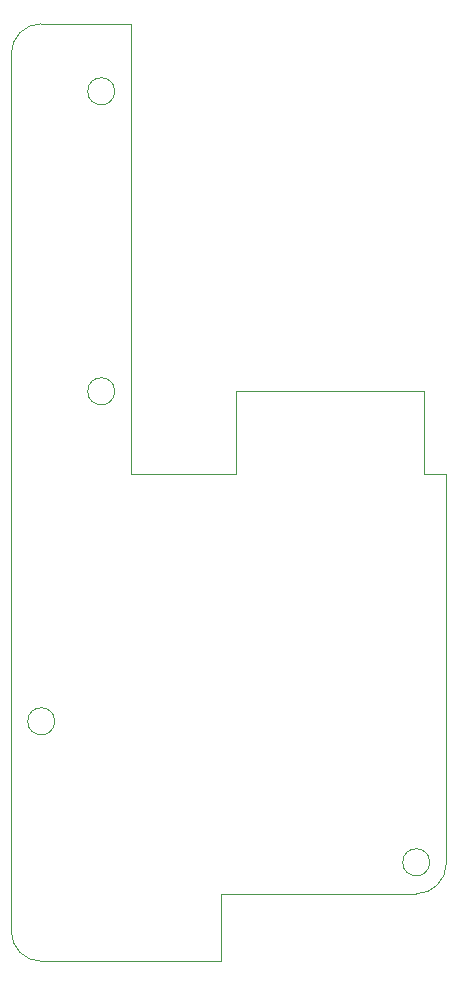
<source format=gbr>
G04 #@! TF.GenerationSoftware,KiCad,Pcbnew,(5.1.2)-2*
G04 #@! TF.CreationDate,2020-04-13T12:01:29-04:00*
G04 #@! TF.ProjectId,TeensyLC_DRV8871_MPRLS_Qwiic_v01,5465656e-7379-44c4-935f-445256383837,rev?*
G04 #@! TF.SameCoordinates,Original*
G04 #@! TF.FileFunction,Profile,NP*
%FSLAX46Y46*%
G04 Gerber Fmt 4.6, Leading zero omitted, Abs format (unit mm)*
G04 Created by KiCad (PCBNEW (5.1.2)-2) date 2020-04-13 12:01:29*
%MOMM*%
%LPD*%
G04 APERTURE LIST*
%ADD10C,0.050000*%
G04 APERTURE END LIST*
D10*
X43180000Y-67945000D02*
X59690000Y-67945000D01*
X43180000Y-73660000D02*
X43180000Y-67945000D01*
X60325000Y-32385000D02*
X60325000Y-25400000D01*
X62230000Y-32385000D02*
X60325000Y-32385000D01*
X34163000Y0D02*
G75*
G03X34163000Y0I-1143000J0D01*
G01*
X60833000Y-65278000D02*
G75*
G03X60833000Y-65278000I-1143000J0D01*
G01*
X29083000Y-53340000D02*
G75*
G03X29083000Y-53340000I-1143000J0D01*
G01*
X34163000Y-25400000D02*
G75*
G03X34163000Y-25400000I-1143000J0D01*
G01*
X25400000Y3175000D02*
G75*
G02X27940000Y5715000I2540000J0D01*
G01*
X44450000Y-25400000D02*
X60325000Y-25400000D01*
X44450000Y-32385000D02*
X44450000Y-25400000D01*
X35560000Y-32385000D02*
X44450000Y-32385000D01*
X35560000Y5715000D02*
X35560000Y-32385000D01*
X27940000Y5715000D02*
X35560000Y5715000D01*
X25400000Y-25400000D02*
X25400000Y3175000D01*
X27940000Y-73660000D02*
G75*
G02X25400000Y-71120000I0J2540000D01*
G01*
X62230000Y-65405000D02*
G75*
G02X59690000Y-67945000I-2540000J0D01*
G01*
X62230000Y-32385000D02*
X62230000Y-65405000D01*
X27940000Y-73660000D02*
X43180000Y-73660000D01*
X25400000Y-25400000D02*
X25400000Y-71120000D01*
M02*

</source>
